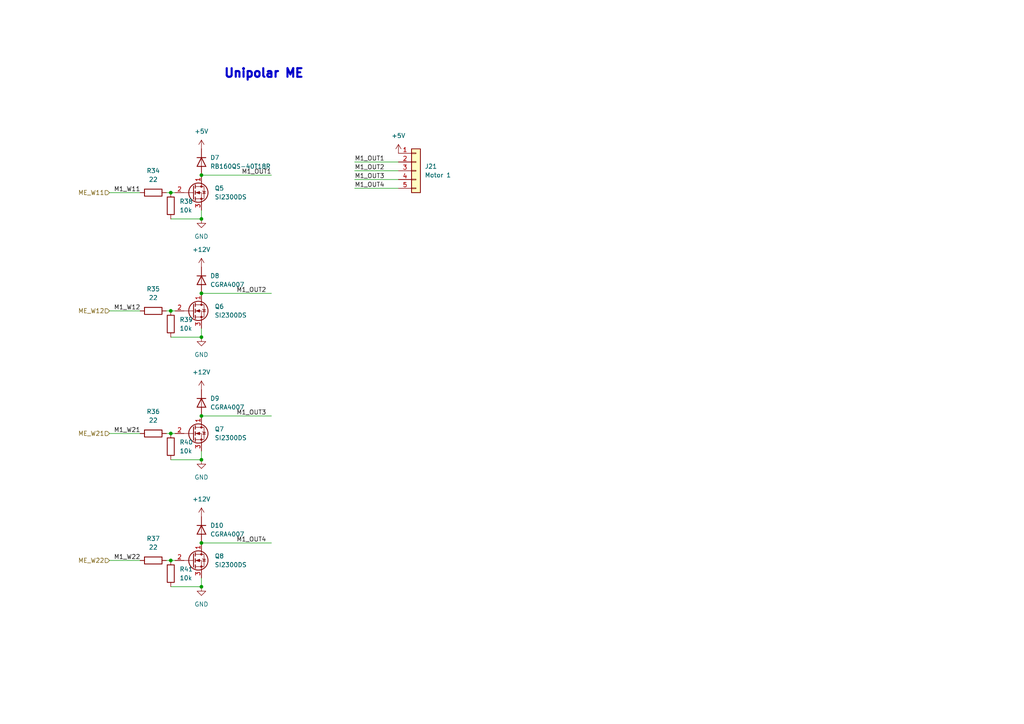
<source format=kicad_sch>
(kicad_sch (version 20211123) (generator eeschema)
  (paper "A4")
  (lib_symbols
    (symbol "Connector_Generic:Conn_01x05" (pin_names (offset 1.016) hide)
      (property "Reference" "J" (at 0 7.62 0))
      (property "Value" "Conn_01x05" (at 0 -7.62 0))
      (symbol "Conn_01x05_1_1"
        (rectangle (start -1.27 -4.953) (end 0 -5.207) (stroke (width 0.1524)))
        (rectangle (start -1.27 -2.413) (end 0 -2.667) (stroke (width 0.1524)))
        (rectangle (start -1.27 0.127) (end 0 -0.127) (stroke (width 0.1524)))
        (rectangle (start -1.27 2.667) (end 0 2.413) (stroke (width 0.1524)))
        (rectangle (start -1.27 5.207) (end 0 4.953) (stroke (width 0.1524)))
        (rectangle (start -1.27 6.35) (end 1.27 -6.35) (stroke (width 0.254)) (fill (type background)))
        (pin passive line (at -5.08 5.08 0) (length 3.81) (name "Pin_1") (number "1"))
        (pin passive line (at -5.08 2.54 0) (length 3.81) (name "Pin_2") (number "2"))
        (pin passive line (at -5.08 0 0) (length 3.81) (name "Pin_3") (number "3"))
        (pin passive line (at -5.08 -2.54 0) (length 3.81) (name "Pin_4") (number "4"))
        (pin passive line (at -5.08 -5.08 0) (length 3.81) (name "Pin_5") (number "5"))
      )
    )
    (symbol "Device:D" (pin_numbers hide) (pin_names (offset 1.016) hide)
      (property "Reference" "D" (at 0 2.54 0))
      (property "Value" "D" (at 0 -2.54 0))
      (symbol "D_0_1"
        (polyline (pts (xy -1.27 1.27) (xy -1.27 -1.27)) (stroke (width 0.254)))
        (polyline (pts (xy 1.27 0) (xy -1.27 0)))
        (polyline (pts (xy 1.27 1.27) (xy 1.27 -1.27) (xy -1.27 0) (xy 1.27 1.27)) (stroke (width 0.254)))
      )
      (symbol "D_1_1"
        (pin passive line (at -3.81 0 0) (length 2.54) (name "K") (number "1"))
        (pin passive line (at 3.81 0 180) (length 2.54) (name "A") (number "2"))
      )
    )
    (symbol "Device:Q_NMOS_DGS" (pin_names (offset 0) hide)
      (property "Reference" "Q" (at 5.08 1.27 0))
      (property "Value" "Q_NMOS_DGS" (at 5.08 -1.27 0))
      (symbol "Q_NMOS_DGS_0_1"
        (polyline (pts (xy 0.254 0) (xy -2.54 0)))
        (polyline (pts (xy 0.254 1.905) (xy 0.254 -1.905)) (stroke (width 0.254)))
        (polyline (pts (xy 0.762 -1.27) (xy 0.762 -2.286)) (stroke (width 0.254)))
        (polyline (pts (xy 0.762 0.508) (xy 0.762 -0.508)) (stroke (width 0.254)))
        (polyline (pts (xy 0.762 2.286) (xy 0.762 1.27)) (stroke (width 0.254)))
        (polyline (pts (xy 2.54 2.54) (xy 2.54 1.778)))
        (polyline (pts (xy 2.54 -2.54) (xy 2.54 0) (xy 0.762 0)))
        (polyline (pts (xy 0.762 -1.778) (xy 3.302 -1.778) (xy 3.302 1.778) (xy 0.762 1.778)))
        (polyline (pts (xy 1.016 0) (xy 2.032 0.381) (xy 2.032 -0.381) (xy 1.016 0)) (fill (type outline)))
        (polyline (pts (xy 2.794 0.508) (xy 2.921 0.381) (xy 3.683 0.381) (xy 3.81 0.254)))
        (polyline (pts (xy 3.302 0.381) (xy 2.921 -0.254) (xy 3.683 -0.254) (xy 3.302 0.381)))
        (circle (center 1.651 0) (radius 2.794) (stroke (width 0.254)))
        (circle (center 2.54 -1.778) (radius 0.254) (fill (type outline)))
        (circle (center 2.54 1.778) (radius 0.254) (fill (type outline)))
      )
      (symbol "Q_NMOS_DGS_1_1"
        (pin passive line (at 2.54 5.08 270) (length 2.54) (name "D") (number "1"))
        (pin input line (at -5.08 0 0) (length 2.54) (name "G") (number "2"))
        (pin passive line (at 2.54 -5.08 90) (length 2.54) (name "S") (number "3"))
      )
    )
    (symbol "Device:R" (pin_numbers hide) (pin_names (offset 0))
      (property "Reference" "R" (at 2.032 0 90))
      (property "Value" "R" (at 0 0 90))
      (symbol "R_0_1"
        (rectangle (start -1.016 -2.54) (end 1.016 2.54) (stroke (width 0.254)))
      )
      (symbol "R_1_1"
        (pin passive line (at 0 3.81 270) (length 1.27) (name "~") (number "1"))
        (pin passive line (at 0 -3.81 90) (length 1.27) (name "~") (number "2"))
      )
    )
    (symbol "power:+12V" (power) (pin_names (offset 0))
      (property "Value" "+12V" (at 0 3.556 0))
      (symbol "+12V_0_1"
        (polyline (pts (xy -0.762 1.27) (xy 0 2.54)))
        (polyline (pts (xy 0 0) (xy 0 2.54)))
        (polyline (pts (xy 0 2.54) (xy 0.762 1.27)))
      )
      (symbol "+12V_1_1"
        (pin power_in line (at 0 0 90) (length 0) hide (name "+12V") (number "1"))
      )
    )
    (symbol "power:+5V" (power) (pin_names (offset 0))
      (property "Value" "+5V" (at 0 3.556 0))
      (symbol "+5V_0_1"
        (polyline (pts (xy -0.762 1.27) (xy 0 2.54)))
        (polyline (pts (xy 0 0) (xy 0 2.54)))
        (polyline (pts (xy 0 2.54) (xy 0.762 1.27)))
      )
      (symbol "+5V_1_1"
        (pin power_in line (at 0 0 90) (length 0) hide (name "+5V") (number "1"))
      )
    )
    (symbol "power:GND" (power) (pin_names (offset 0))
      (property "Value" "GND" (at 0 -3.81 0))
      (symbol "GND_0_1"
        (polyline (pts (xy 0 0) (xy 0 -1.27) (xy 1.27 -1.27) (xy 0 -2.54) (xy -1.27 -1.27) (xy 0 -1.27)))
      )
      (symbol "GND_1_1"
        (pin power_in line (at 0 0 270) (length 0) hide (name "GND") (number "1"))
      )
    )
  )
  (junction (at 58.42 170.18))
  (junction (at 58.42 63.5))
  (junction (at 58.42 97.79))
  (junction (at 49.53 125.73))
  (junction (at 49.53 162.56))
  (junction (at 58.42 133.35))
  (junction (at 58.42 157.48))
  (junction (at 49.53 55.88))
  (junction (at 58.42 50.8))
  (junction (at 49.53 90.17))
  (junction (at 58.42 85.09))
  (junction (at 58.42 120.65))
  (wire (pts (xy 31.75 162.56) (xy 40.64 162.56)))
  (wire (pts (xy 49.53 90.17) (xy 50.8 90.17)))
  (wire (pts (xy 102.87 54.61) (xy 115.57 54.61)))
  (wire (pts (xy 58.42 170.18) (xy 58.42 167.64)))
  (wire (pts (xy 58.42 50.8) (xy 78.74 50.8)))
  (wire (pts (xy 48.26 90.17) (xy 49.53 90.17)))
  (wire (pts (xy 49.53 170.18) (xy 58.42 170.18)))
  (wire (pts (xy 48.26 162.56) (xy 49.53 162.56)))
  (wire (pts (xy 102.87 49.53) (xy 115.57 49.53)))
  (wire (pts (xy 58.42 157.48) (xy 78.74 157.48)))
  (wire (pts (xy 31.75 55.88) (xy 40.64 55.88)))
  (wire (pts (xy 102.87 46.99) (xy 115.57 46.99)))
  (wire (pts (xy 48.26 125.73) (xy 49.53 125.73)))
  (wire (pts (xy 49.53 63.5) (xy 58.42 63.5)))
  (wire (pts (xy 48.26 55.88) (xy 49.53 55.88)))
  (wire (pts (xy 58.42 133.35) (xy 58.42 130.81)))
  (wire (pts (xy 58.42 120.65) (xy 78.74 120.65)))
  (wire (pts (xy 58.42 63.5) (xy 58.42 60.96)))
  (wire (pts (xy 49.53 55.88) (xy 50.8 55.88)))
  (wire (pts (xy 31.75 125.73) (xy 40.64 125.73)))
  (wire (pts (xy 58.42 97.79) (xy 58.42 95.25)))
  (wire (pts (xy 102.87 52.07) (xy 115.57 52.07)))
  (wire (pts (xy 58.42 85.09) (xy 78.74 85.09)))
  (wire (pts (xy 49.53 162.56) (xy 50.8 162.56)))
  (wire (pts (xy 31.75 90.17) (xy 40.64 90.17)))
  (wire (pts (xy 49.53 133.35) (xy 58.42 133.35)))
  (wire (pts (xy 49.53 125.73) (xy 50.8 125.73)))
  (wire (pts (xy 49.53 97.79) (xy 58.42 97.79)))
  (text "Unipolar ME" (at 64.77 22.86 0) (effects (font (size 2.5 2.5) (thickness 0.6) bold) (justify left bottom)))
  (label "M1_OUT1" (at 78.74 50.8 180))
  (label "M1_W22" (at 33.02 162.56 0))
  (label "M1_OUT3" (at 102.87 52.07 0))
  (label "M1_W12" (at 33.02 90.17 0))
  (label "M1_OUT2" (at 68.58 85.09 0))
  (label "M1_OUT2" (at 102.87 49.53 0))
  (label "M1_OUT4" (at 102.87 54.61 0))
  (label "M1_OUT4" (at 68.58 157.48 0))
  (label "M1_OUT3" (at 68.58 120.65 0))
  (label "M1_W11" (at 33.02 55.88 0))
  (label "M1_W21" (at 33.02 125.73 0))
  (label "M1_OUT1" (at 102.87 46.99 0))
  (hierarchical_label "ME_W21" (shape input) (at 31.75 125.73 180))
  (hierarchical_label "ME_W11" (shape input) (at 31.75 55.88 180))
  (hierarchical_label "ME_W22" (shape input) (at 31.75 162.56 180))
  (hierarchical_label "ME_W12" (shape input) (at 31.75 90.17 180))
  (symbol (lib_id "power:+5V") (at 58.42 43.18 0) (unit 1)
    (property "Reference" "#PWR0119" (effects hide))
    (property "Value" "+5V" (at 58.42 38.1 0))
  )
  (symbol (lib_id "power:+12V") (at 58.42 77.47 0) (unit 1)
    (property "Reference" "#PWR0121" (effects hide))
    (property "Value" "+12V" (at 58.42 72.39 0))
  )
  (symbol (lib_id "Device:R") (at 49.53 166.37 0) (unit 1)
    (property "Reference" "R41" (at 52.07 165.0999 0) (effects (justify left)))
    (property "Value" "10k" (at 52.07 167.6399 0) (effects (justify left)))
    (property "Footprint" "Resistor_SMD:R_0603_1608Metric" (effects hide))
  )
  (symbol (lib_id "Connector_Generic:Conn_01x05") (at 120.65 49.53 0) (unit 1)
    (property "Reference" "J21" (at 123.19 48.2599 0) (effects (justify left)))
    (property "Value" "Motor 1" (at 123.19 50.7999 0) (effects (justify left)))
    (property "Footprint" "Connector_JST:JST_XH_S5B-XH-A_1x05_P2.50mm_Horizontal" (effects hide))
  )
  (symbol (lib_id "Device:D") (at 58.42 116.84 270) (unit 1)
    (property "Reference" "D9" (at 60.96 115.5699 90) (effects (justify left)))
    (property "Value" "CGRA4007" (at 60.96 118.1099 90) (effects (justify left)))
    (property "Footprint" "Diode_SMD:D_SMA" (effects hide))
    (property "Datasheet" "https://www.mouser.it/datasheet/2/80/CGRA4001_G_Thru647977__CGRA4007_G_RevE-2505492.pdf" (effects hide))
  )
  (symbol (lib_id "power:+5V") (at 115.57 44.45 0) (unit 1)
    (property "Reference" "#PWR0127" (effects hide))
    (property "Value" "+5V" (at 115.57 39.37 0))
  )
  (symbol (lib_id "power:GND") (at 58.42 63.5 0) (unit 1)
    (property "Reference" "#PWR0120" (effects hide))
    (property "Value" "GND" (at 58.42 68.58 0))
  )
  (symbol (lib_id "power:GND") (at 58.42 170.18 0) (unit 1)
    (property "Reference" "#PWR0126" (effects hide))
    (property "Value" "GND" (at 58.42 175.26 0))
  )
  (symbol (lib_id "Device:D") (at 58.42 46.99 270) (unit 1)
    (property "Reference" "D7" (at 60.96 45.7199 90) (effects (justify left)))
    (property "Value" "RB160QS-40T18R" (at 60.96 48.2599 90) (effects (justify left)))
    (property "Datasheet" "https://fscdn.rohm.com/en/products/databook/datasheet/discrete/diode/schottky_barrier/rb160qs-40-e.pdf" (effects hide))
  )
  (symbol (lib_id "Device:Q_NMOS_DGS") (at 55.88 125.73 0) (unit 1)
    (property "Reference" "Q7" (at 62.23 124.4599 0) (effects (justify left)))
    (property "Value" "SI2300DS" (at 62.23 126.9999 0) (effects (justify left)))
    (property "Footprint" "Package_TO_SOT_SMD:SOT-23" (effects hide))
  )
  (symbol (lib_id "Device:Q_NMOS_DGS") (at 55.88 55.88 0) (unit 1)
    (property "Reference" "Q5" (at 62.23 54.6099 0) (effects (justify left)))
    (property "Value" "SI2300DS" (at 62.23 57.1499 0) (effects (justify left)))
    (property "Footprint" "Package_TO_SOT_SMD:SOT-23" (effects hide))
    (property "Datasheet" "https://www.farnell.com/datasheets/2049695.pdf" (effects hide))
  )
  (symbol (lib_id "Device:R") (at 44.45 162.56 90) (unit 1)
    (property "Reference" "R37" (at 44.45 156.21 90))
    (property "Value" "22" (at 44.45 158.75 90))
    (property "Footprint" "Resistor_SMD:R_0603_1608Metric" (effects hide))
  )
  (symbol (lib_id "Device:R") (at 44.45 55.88 90) (unit 1)
    (property "Reference" "R34" (at 44.45 49.53 90))
    (property "Value" "22" (at 44.45 52.07 90))
    (property "Footprint" "Resistor_SMD:R_0603_1608Metric" (effects hide))
  )
  (symbol (lib_id "Device:Q_NMOS_DGS") (at 55.88 162.56 0) (unit 1)
    (property "Reference" "Q8" (at 62.23 161.2899 0) (effects (justify left)))
    (property "Value" "SI2300DS" (at 62.23 163.8299 0) (effects (justify left)))
    (property "Footprint" "Package_TO_SOT_SMD:SOT-23" (effects hide))
  )
  (symbol (lib_id "power:GND") (at 58.42 133.35 0) (unit 1)
    (property "Reference" "#PWR0124" (effects hide))
    (property "Value" "GND" (at 58.42 138.43 0))
  )
  (symbol (lib_id "Device:R") (at 44.45 125.73 90) (unit 1)
    (property "Reference" "R36" (at 44.45 119.38 90))
    (property "Value" "22" (at 44.45 121.92 90))
    (property "Footprint" "Resistor_SMD:R_0603_1608Metric" (effects hide))
  )
  (symbol (lib_id "power:+12V") (at 58.42 113.03 0) (unit 1)
    (property "Reference" "#PWR0123" (effects hide))
    (property "Value" "+12V" (at 58.42 107.95 0))
  )
  (symbol (lib_id "Device:R") (at 49.53 129.54 0) (unit 1)
    (property "Reference" "R40" (at 52.07 128.2699 0) (effects (justify left)))
    (property "Value" "10k" (at 52.07 130.8099 0) (effects (justify left)))
    (property "Footprint" "Resistor_SMD:R_0603_1608Metric" (effects hide))
  )
  (symbol (lib_id "Device:R") (at 49.53 59.69 0) (unit 1)
    (property "Reference" "R38" (at 52.07 58.4199 0) (effects (justify left)))
    (property "Value" "10k" (at 52.07 60.9599 0) (effects (justify left)))
    (property "Footprint" "Resistor_SMD:R_0603_1608Metric" (effects hide))
  )
  (symbol (lib_id "Device:D") (at 58.42 153.67 270) (unit 1)
    (property "Reference" "D10" (at 60.96 152.3999 90) (effects (justify left)))
    (property "Value" "CGRA4007" (at 60.96 154.9399 90) (effects (justify left)))
    (property "Footprint" "Diode_SMD:D_SMA" (effects hide))
    (property "Datasheet" "https://www.mouser.it/datasheet/2/80/CGRA4001_G_Thru647977__CGRA4007_G_RevE-2505492.pdf" (effects hide))
  )
  (symbol (lib_id "Device:Q_NMOS_DGS") (at 55.88 90.17 0) (unit 1)
    (property "Reference" "Q6" (at 62.23 88.8999 0) (effects (justify left)))
    (property "Value" "SI2300DS" (at 62.23 91.4399 0) (effects (justify left)))
    (property "Footprint" "Package_TO_SOT_SMD:SOT-23" (effects hide))
  )
  (symbol (lib_id "power:GND") (at 58.42 97.79 0) (unit 1)
    (property "Reference" "#PWR0122" (effects hide))
    (property "Value" "GND" (at 58.42 102.87 0))
  )
  (symbol (lib_id "Device:D") (at 58.42 81.28 270) (unit 1)
    (property "Reference" "D8" (at 60.96 80.0099 90) (effects (justify left)))
    (property "Value" "CGRA4007" (at 60.96 82.5499 90) (effects (justify left)))
    (property "Footprint" "Diode_SMD:D_SMA" (effects hide))
    (property "Datasheet" "https://www.mouser.it/datasheet/2/80/CGRA4001_G_Thru647977__CGRA4007_G_RevE-2505492.pdf" (effects hide))
  )
  (symbol (lib_id "power:+12V") (at 58.42 149.86 0) (unit 1)
    (property "Reference" "#PWR0125" (effects hide))
    (property "Value" "+12V" (at 58.42 144.78 0))
  )
  (symbol (lib_id "Device:R") (at 49.53 93.98 0) (unit 1)
    (property "Reference" "R39" (at 52.07 92.7099 0) (effects (justify left)))
    (property "Value" "10k" (at 52.07 95.2499 0) (effects (justify left)))
    (property "Footprint" "Resistor_SMD:R_0603_1608Metric" (effects hide))
  )
  (symbol (lib_id "Device:R") (at 44.45 90.17 90) (unit 1)
    (property "Reference" "R35" (at 44.45 83.82 90))
    (property "Value" "22" (at 44.45 86.36 90))
    (property "Footprint" "Resistor_SMD:R_0603_1608Metric" (effects hide))
  )
)
</source>
